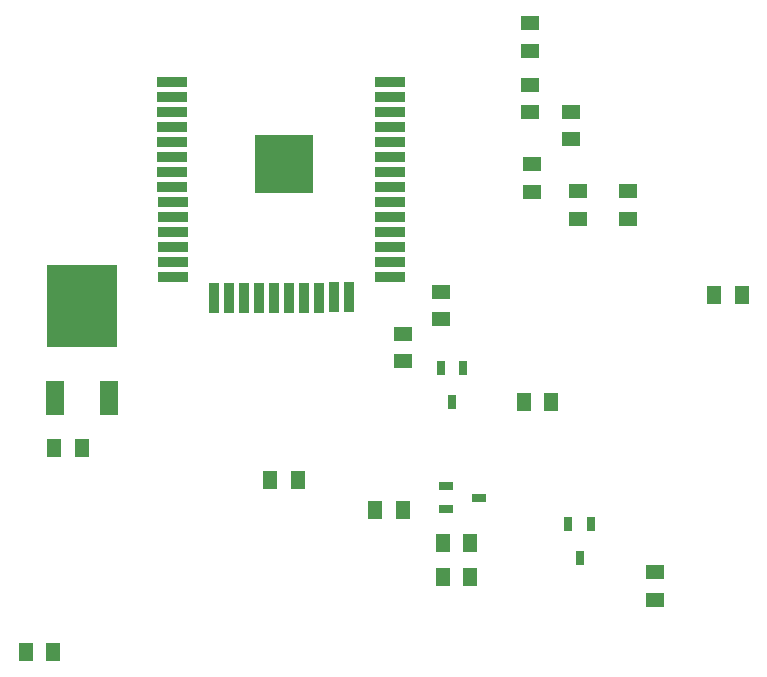
<source format=gbp>
G04 Layer_Color=128*
%FSLAX25Y25*%
%MOIN*%
G70*
G01*
G75*
%ADD22R,0.05905X0.05118*%
%ADD23R,0.05118X0.05905*%
%ADD24R,0.19685X0.19685*%
%ADD25R,0.03543X0.09842*%
%ADD26R,0.09842X0.03543*%
%ADD27R,0.03150X0.04724*%
%ADD28R,0.04724X0.03150*%
%ADD29R,0.06299X0.11811*%
%ADD30R,0.23622X0.27559*%
D22*
X42500Y79028D02*
D03*
Y69972D02*
D03*
X55500Y87472D02*
D03*
Y96528D02*
D03*
X42000Y126028D02*
D03*
Y116972D02*
D03*
Y105528D02*
D03*
Y96472D02*
D03*
X12260Y36555D02*
D03*
Y27500D02*
D03*
X83500Y-56972D02*
D03*
Y-66028D02*
D03*
X58000Y70028D02*
D03*
Y60972D02*
D03*
X74500D02*
D03*
Y70028D02*
D03*
X-500Y22528D02*
D03*
Y13472D02*
D03*
D23*
X-107472Y-15500D02*
D03*
X-116528D02*
D03*
X-126028Y-83500D02*
D03*
X-116972D02*
D03*
X-44528Y-26000D02*
D03*
X-35472D02*
D03*
X103472Y35500D02*
D03*
X112528D02*
D03*
X39972Y0D02*
D03*
X49028D02*
D03*
X22028Y-47000D02*
D03*
X12972D02*
D03*
X-472Y-36000D02*
D03*
X-9528D02*
D03*
X12972Y-58500D02*
D03*
X22028D02*
D03*
D24*
X-40157Y79134D02*
D03*
D25*
X-23465Y34685D02*
D03*
X-18465D02*
D03*
X-43465Y34646D02*
D03*
X-38465D02*
D03*
X-33465D02*
D03*
X-28465D02*
D03*
X-48465D02*
D03*
X-53465D02*
D03*
X-58465D02*
D03*
X-63465D02*
D03*
D26*
X-4764Y106339D02*
D03*
Y101339D02*
D03*
Y96339D02*
D03*
Y91339D02*
D03*
Y71339D02*
D03*
Y76339D02*
D03*
Y81339D02*
D03*
Y86339D02*
D03*
X-4724Y46339D02*
D03*
Y41339D02*
D03*
Y51339D02*
D03*
Y56339D02*
D03*
Y61339D02*
D03*
Y66339D02*
D03*
X-77165D02*
D03*
Y61339D02*
D03*
Y56339D02*
D03*
Y51339D02*
D03*
Y41339D02*
D03*
Y46339D02*
D03*
X-77205Y86339D02*
D03*
Y81339D02*
D03*
Y76339D02*
D03*
Y71339D02*
D03*
Y91339D02*
D03*
Y96339D02*
D03*
Y101339D02*
D03*
Y106339D02*
D03*
D27*
X54760Y-40890D02*
D03*
X62240D02*
D03*
X58500Y-52110D02*
D03*
X12260Y11110D02*
D03*
X19740D02*
D03*
X16000Y-110D02*
D03*
D28*
X13890Y-35740D02*
D03*
Y-28260D02*
D03*
X25110Y-32000D02*
D03*
D29*
X-98504Y1315D02*
D03*
X-116496D02*
D03*
D30*
X-107500Y32000D02*
D03*
M02*

</source>
